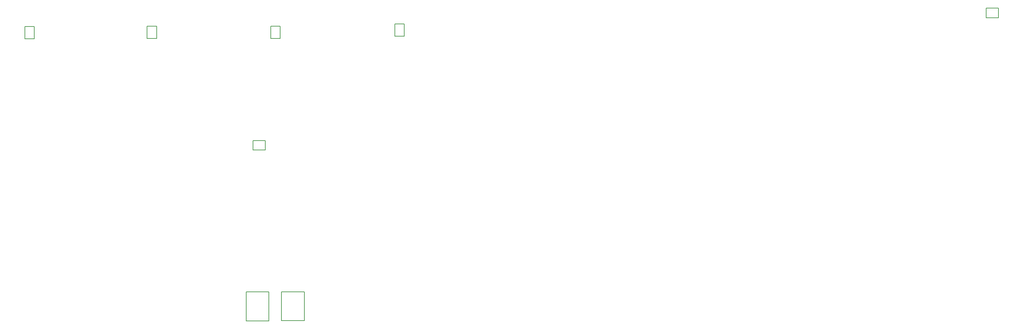
<source format=gbr>
%TF.GenerationSoftware,Altium Limited,Altium Designer,24.3.1 (35)*%
G04 Layer_Color=32768*
%FSLAX45Y45*%
%MOMM*%
%TF.SameCoordinates,844131A9-2E1B-4A61-BE1F-69DE975881E6*%
%TF.FilePolarity,Positive*%
%TF.FileFunction,Other,Bottom_3D_Body*%
%TF.Part,Single*%
G01*
G75*
%TA.AperFunction,NonConductor*%
%ADD63C,0.20000*%
D63*
X7046265Y6733000D02*
X7366265D01*
Y6983000D01*
X7046265D02*
X7366265D01*
X7046265Y6733000D02*
Y6983000D01*
X7792400Y2262700D02*
Y3022700D01*
Y2262700D02*
X8387400D01*
Y3022700D01*
X7792400D02*
X8387400D01*
X6865300Y3021600D02*
X7460300D01*
Y2261600D02*
Y3021600D01*
X6865300Y2261600D02*
X7460300D01*
X6865300D02*
Y3021600D01*
X26576001Y10200100D02*
Y10450100D01*
X26256000Y10200100D02*
X26576001D01*
X26256000D02*
Y10450100D01*
X26576001D01*
X7507700Y9657100D02*
Y9977100D01*
Y9657100D02*
X7757700D01*
Y9977100D01*
X7507700D02*
X7757700D01*
X4269200Y9657100D02*
X4519200D01*
X4269200D02*
Y9977100D01*
X4519200D01*
Y9657100D02*
Y9977100D01*
X1062450Y9650750D02*
X1312450D01*
X1062450D02*
Y9970750D01*
X1312450D01*
Y9650750D02*
Y9970750D01*
X10758900Y10040600D02*
X11008900D01*
Y9720600D02*
Y10040600D01*
X10758900Y9720600D02*
X11008900D01*
X10758900D02*
Y10040600D01*
%TF.MD5,22513c08cd6744959d16eeed68fb75b8*%
M02*

</source>
